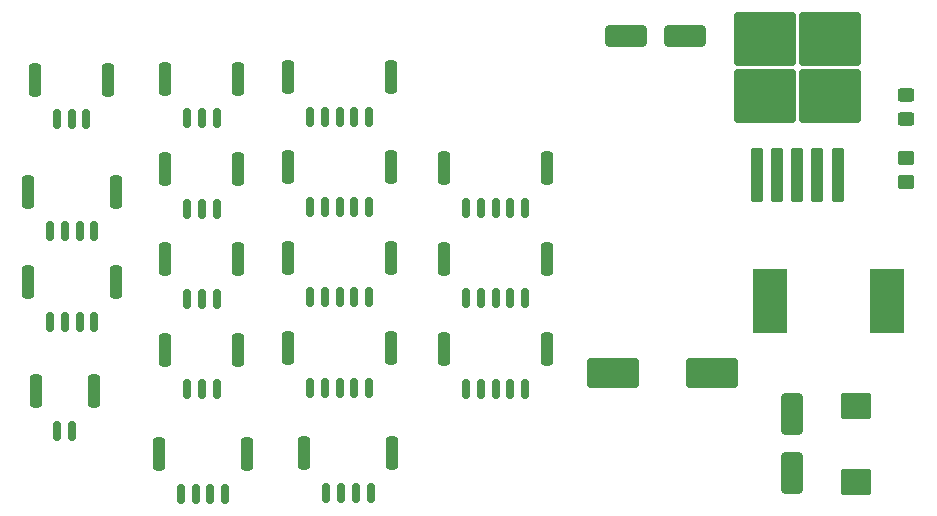
<source format=gtp>
G04 #@! TF.GenerationSoftware,KiCad,Pcbnew,7.0.5*
G04 #@! TF.CreationDate,2023-09-27T13:54:17+07:00*
G04 #@! TF.ProjectId,sumoRobotPCB,73756d6f-526f-4626-9f74-5043422e6b69,rev?*
G04 #@! TF.SameCoordinates,Original*
G04 #@! TF.FileFunction,Paste,Top*
G04 #@! TF.FilePolarity,Positive*
%FSLAX46Y46*%
G04 Gerber Fmt 4.6, Leading zero omitted, Abs format (unit mm)*
G04 Created by KiCad (PCBNEW 7.0.5) date 2023-09-27 13:54:17*
%MOMM*%
%LPD*%
G01*
G04 APERTURE LIST*
G04 Aperture macros list*
%AMRoundRect*
0 Rectangle with rounded corners*
0 $1 Rounding radius*
0 $2 $3 $4 $5 $6 $7 $8 $9 X,Y pos of 4 corners*
0 Add a 4 corners polygon primitive as box body*
4,1,4,$2,$3,$4,$5,$6,$7,$8,$9,$2,$3,0*
0 Add four circle primitives for the rounded corners*
1,1,$1+$1,$2,$3*
1,1,$1+$1,$4,$5*
1,1,$1+$1,$6,$7*
1,1,$1+$1,$8,$9*
0 Add four rect primitives between the rounded corners*
20,1,$1+$1,$2,$3,$4,$5,0*
20,1,$1+$1,$4,$5,$6,$7,0*
20,1,$1+$1,$6,$7,$8,$9,0*
20,1,$1+$1,$8,$9,$2,$3,0*%
G04 Aperture macros list end*
%ADD10RoundRect,0.150000X-0.150000X-0.700000X0.150000X-0.700000X0.150000X0.700000X-0.150000X0.700000X0*%
%ADD11RoundRect,0.250000X-0.250000X-1.150000X0.250000X-1.150000X0.250000X1.150000X-0.250000X1.150000X0*%
%ADD12RoundRect,0.250000X1.500000X0.650000X-1.500000X0.650000X-1.500000X-0.650000X1.500000X-0.650000X0*%
%ADD13RoundRect,0.250000X-1.025000X0.875000X-1.025000X-0.875000X1.025000X-0.875000X1.025000X0.875000X0*%
%ADD14RoundRect,0.250000X-0.650000X1.500000X-0.650000X-1.500000X0.650000X-1.500000X0.650000X1.500000X0*%
%ADD15RoundRect,0.250000X-0.450000X0.325000X-0.450000X-0.325000X0.450000X-0.325000X0.450000X0.325000X0*%
%ADD16R,2.900000X5.400000*%
%ADD17RoundRect,0.250000X0.300000X-2.050000X0.300000X2.050000X-0.300000X2.050000X-0.300000X-2.050000X0*%
%ADD18RoundRect,0.250000X2.375000X-2.025000X2.375000X2.025000X-2.375000X2.025000X-2.375000X-2.025000X0*%
%ADD19RoundRect,0.250000X-1.950000X-1.000000X1.950000X-1.000000X1.950000X1.000000X-1.950000X1.000000X0*%
%ADD20RoundRect,0.250000X0.450000X-0.350000X0.450000X0.350000X-0.450000X0.350000X-0.450000X-0.350000X0*%
G04 APERTURE END LIST*
D10*
X232744000Y-113478000D03*
X233994000Y-113478000D03*
X235244000Y-113478000D03*
X236494000Y-113478000D03*
X237744000Y-113478000D03*
D11*
X230894000Y-110128000D03*
X239594000Y-110128000D03*
D10*
X232744000Y-128778000D03*
X233994000Y-128778000D03*
X235244000Y-128778000D03*
X236494000Y-128778000D03*
X237744000Y-128778000D03*
D11*
X230894000Y-125428000D03*
X239594000Y-125428000D03*
D10*
X209114000Y-105876000D03*
X210364000Y-105876000D03*
X211614000Y-105876000D03*
D11*
X207264000Y-102526000D03*
X213464000Y-102526000D03*
D12*
X251310000Y-98920000D03*
X246310000Y-98920000D03*
D10*
X220900000Y-137610000D03*
X222150000Y-137610000D03*
X223400000Y-137610000D03*
X224650000Y-137610000D03*
D11*
X219050000Y-134260000D03*
X226500000Y-134260000D03*
D10*
X209114000Y-128826000D03*
X210364000Y-128826000D03*
X211614000Y-128826000D03*
D11*
X207264000Y-125476000D03*
X213464000Y-125476000D03*
D10*
X198140000Y-132334000D03*
X199390000Y-132334000D03*
D11*
X196290000Y-128984000D03*
X201240000Y-128984000D03*
D13*
X265750000Y-130252000D03*
X265750000Y-136652000D03*
D14*
X260310000Y-130954000D03*
X260310000Y-135954000D03*
D10*
X219536000Y-105738000D03*
X220786000Y-105738000D03*
X222036000Y-105738000D03*
X223286000Y-105738000D03*
X224536000Y-105738000D03*
D11*
X217686000Y-102388000D03*
X226386000Y-102388000D03*
D10*
X198088000Y-105966000D03*
X199338000Y-105966000D03*
X200588000Y-105966000D03*
D11*
X196238000Y-102616000D03*
X202438000Y-102616000D03*
D10*
X197515000Y-123108000D03*
X198765000Y-123108000D03*
X200015000Y-123108000D03*
X201265000Y-123108000D03*
D11*
X195665000Y-119758000D03*
X203115000Y-119758000D03*
D10*
X219536000Y-128688000D03*
X220786000Y-128688000D03*
X222036000Y-128688000D03*
X223286000Y-128688000D03*
X224536000Y-128688000D03*
D11*
X217686000Y-125338000D03*
X226386000Y-125338000D03*
D15*
X270000000Y-103900000D03*
X270000000Y-105950000D03*
D16*
X258490000Y-121350000D03*
X268390000Y-121350000D03*
D10*
X209114000Y-121176000D03*
X210364000Y-121176000D03*
X211614000Y-121176000D03*
D11*
X207264000Y-117826000D03*
X213464000Y-117826000D03*
D10*
X209114000Y-113526000D03*
X210364000Y-113526000D03*
X211614000Y-113526000D03*
D11*
X207264000Y-110176000D03*
X213464000Y-110176000D03*
D10*
X232744000Y-121128000D03*
X233994000Y-121128000D03*
X235244000Y-121128000D03*
X236494000Y-121128000D03*
X237744000Y-121128000D03*
D11*
X230894000Y-117778000D03*
X239594000Y-117778000D03*
D10*
X219536000Y-121038000D03*
X220786000Y-121038000D03*
X222036000Y-121038000D03*
X223286000Y-121038000D03*
X224536000Y-121038000D03*
D11*
X217686000Y-117688000D03*
X226386000Y-117688000D03*
D10*
X208594000Y-137668000D03*
X209844000Y-137668000D03*
X211094000Y-137668000D03*
X212344000Y-137668000D03*
D11*
X206744000Y-134318000D03*
X214194000Y-134318000D03*
D17*
X257385000Y-110725000D03*
X259085000Y-110725000D03*
X260785000Y-110725000D03*
D18*
X258010000Y-104000000D03*
X263560000Y-104000000D03*
X258010000Y-99150000D03*
X263560000Y-99150000D03*
D17*
X262485000Y-110725000D03*
X264185000Y-110725000D03*
D10*
X219536000Y-113388000D03*
X220786000Y-113388000D03*
X222036000Y-113388000D03*
X223286000Y-113388000D03*
X224536000Y-113388000D03*
D11*
X217686000Y-110038000D03*
X226386000Y-110038000D03*
D19*
X245160000Y-127420000D03*
X253560000Y-127420000D03*
D10*
X197515000Y-115458000D03*
X198765000Y-115458000D03*
X200015000Y-115458000D03*
X201265000Y-115458000D03*
D11*
X195665000Y-112108000D03*
X203115000Y-112108000D03*
D20*
X270000000Y-111270000D03*
X270000000Y-109270000D03*
M02*

</source>
